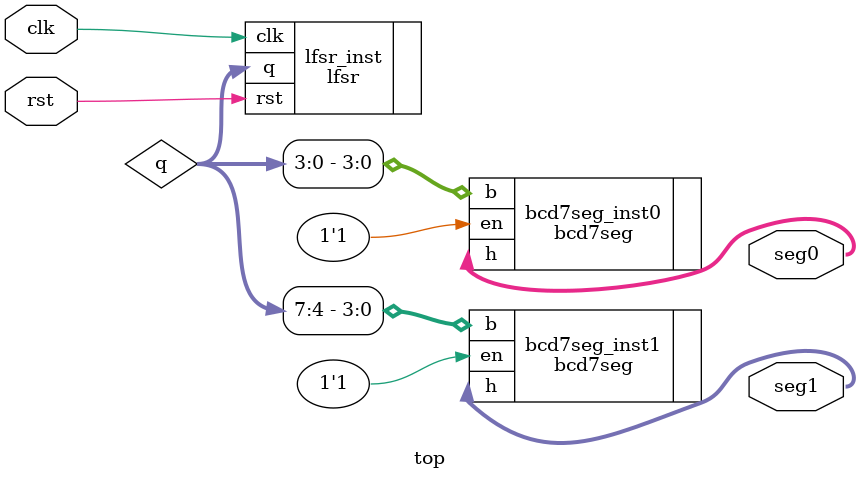
<source format=v>
module top(
    input clk,
    input rst,
    output reg [6:0] seg0,      // a b c d e f g，低电平点亮
    output reg [6:0] seg1      // a b c d e f g，低电平点亮
);

    wire [7:0] q;

    lfsr lfsr_inst(
        .clk(clk),
        .rst(rst),
        .q(q)
    );

    bcd7seg bcd7seg_inst0(
        .en(1'b1),
        .b(q[3:0]),
        .h(seg0)
    );

    bcd7seg bcd7seg_inst1(
        .en(1'b1),
        .b(q[7:4]),
        .h(seg1)
    );

endmodule

</source>
